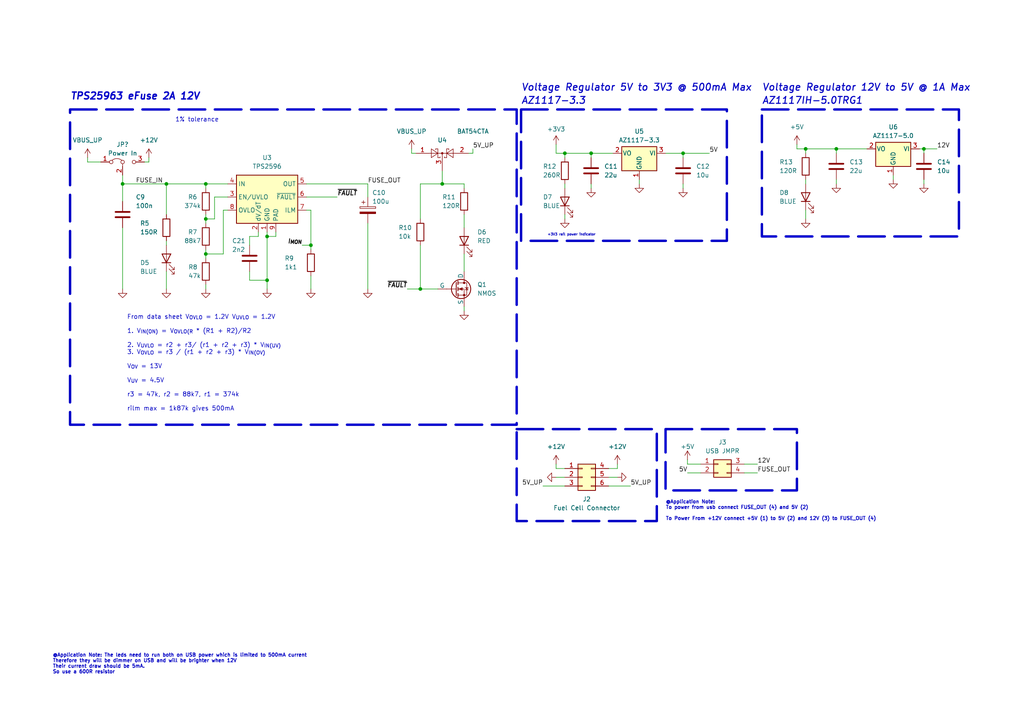
<source format=kicad_sch>
(kicad_sch (version 20230121) (generator eeschema)
  (paper "A4")
  (title_block (date "2023-10-06"))
  (lib_symbols
    (symbol "Connector_Generic:Conn_02x02_Top_Bottom" (pin_names (offset 1.016) hide)
      (property "Reference" "J" (at 1.27 2.54 0))
      (property "Value" "Conn_02x02_Top_Bottom" (at 1.27 -5.08 0))
      (symbol "Conn_02x02_Top_Bottom_1_1"
        (rectangle (start -1.27 -2.413) (end 0 -2.667) (stroke (width 0.1524)))
        (rectangle (start -1.27 0.127) (end 0 -0.127) (stroke (width 0.1524)))
        (rectangle (start -1.27 1.27) (end 3.81 -3.81) (stroke (width 0.254)) (fill (type background)))
        (rectangle (start 3.81 -2.413) (end 2.54 -2.667) (stroke (width 0.1524)))
        (rectangle (start 3.81 0.127) (end 2.54 -0.127) (stroke (width 0.1524)))
        (pin passive line (at -5.08 0 0) (length 3.81) (name "Pin_1") (number "1"))
        (pin passive line (at -5.08 -2.54 0) (length 3.81) (name "Pin_2") (number "2"))
        (pin passive line (at 7.62 0 180) (length 3.81) (name "Pin_3") (number "3"))
        (pin passive line (at 7.62 -2.54 180) (length 3.81) (name "Pin_4") (number "4"))
      )
    )
    (symbol "Connector_Generic:Conn_02x03_Top_Bottom" (pin_names (offset 1.016) hide)
      (property "Reference" "J" (at 1.27 5.08 0))
      (property "Value" "Conn_02x03_Top_Bottom" (at 1.27 -5.08 0))
      (symbol "Conn_02x03_Top_Bottom_1_1"
        (rectangle (start -1.27 -2.413) (end 0 -2.667) (stroke (width 0.1524)))
        (rectangle (start -1.27 0.127) (end 0 -0.127) (stroke (width 0.1524)))
        (rectangle (start -1.27 2.667) (end 0 2.413) (stroke (width 0.1524)))
        (rectangle (start -1.27 3.81) (end 3.81 -3.81) (stroke (width 0.254)) (fill (type background)))
        (rectangle (start 3.81 -2.413) (end 2.54 -2.667) (stroke (width 0.1524)))
        (rectangle (start 3.81 0.127) (end 2.54 -0.127) (stroke (width 0.1524)))
        (rectangle (start 3.81 2.667) (end 2.54 2.413) (stroke (width 0.1524)))
        (pin passive line (at -5.08 2.54 0) (length 3.81) (name "Pin_1") (number "1"))
        (pin passive line (at -5.08 0 0) (length 3.81) (name "Pin_2") (number "2"))
        (pin passive line (at -5.08 -2.54 0) (length 3.81) (name "Pin_3") (number "3"))
        (pin passive line (at 7.62 2.54 180) (length 3.81) (name "Pin_4") (number "4"))
        (pin passive line (at 7.62 0 180) (length 3.81) (name "Pin_5") (number "5"))
        (pin passive line (at 7.62 -2.54 180) (length 3.81) (name "Pin_6") (number "6"))
      )
    )
    (symbol "Device:C" (pin_numbers hide) (pin_names (offset 0.254))
      (property "Reference" "C" (at 0.635 2.54 0))
      (property "Value" "C" (at 0.635 -2.54 0))
      (symbol "C_0_1"
        (polyline (pts (xy -2.032 -0.762) (xy 2.032 -0.762)) (stroke (width 0.508)))
        (polyline (pts (xy -2.032 0.762) (xy 2.032 0.762)) (stroke (width 0.508)))
      )
      (symbol "C_1_1"
        (pin passive line (at 0 3.81 270) (length 2.794) (name "~") (number "1"))
        (pin passive line (at 0 -3.81 90) (length 2.794) (name "~") (number "2"))
      )
    )
    (symbol "Device:C_Polarized" (pin_numbers hide) (pin_names (offset 0.254))
      (property "Reference" "C" (at 0.635 2.54 0))
      (property "Value" "C_Polarized" (at 0.635 -2.54 0))
      (symbol "C_Polarized_0_1"
        (rectangle (start -2.286 0.508) (end 2.286 1.016))
        (polyline (pts (xy -1.778 2.286) (xy -0.762 2.286)))
        (polyline (pts (xy -1.27 2.794) (xy -1.27 1.778)))
        (rectangle (start 2.286 -0.508) (end -2.286 -1.016) (fill (type outline)))
      )
      (symbol "C_Polarized_1_1"
        (pin passive line (at 0 3.81 270) (length 2.794) (name "~") (number "1"))
        (pin passive line (at 0 -3.81 90) (length 2.794) (name "~") (number "2"))
      )
    )
    (symbol "Device:LED" (pin_numbers hide) (pin_names (offset 1.016) hide)
      (property "Reference" "D" (at 0 2.54 0))
      (property "Value" "LED" (at 0 -2.54 0))
      (symbol "LED_0_1"
        (polyline (pts (xy -1.27 -1.27) (xy -1.27 1.27)) (stroke (width 0.254)))
        (polyline (pts (xy -1.27 0) (xy 1.27 0)))
        (polyline (pts (xy 1.27 -1.27) (xy 1.27 1.27) (xy -1.27 0) (xy 1.27 -1.27)) (stroke (width 0.254)))
        (polyline (pts (xy -3.048 -0.762) (xy -4.572 -2.286) (xy -3.81 -2.286) (xy -4.572 -2.286) (xy -4.572 -1.524)))
        (polyline (pts (xy -1.778 -0.762) (xy -3.302 -2.286) (xy -2.54 -2.286) (xy -3.302 -2.286) (xy -3.302 -1.524)))
      )
      (symbol "LED_1_1"
        (pin passive line (at -3.81 0 0) (length 2.54) (name "K") (number "1"))
        (pin passive line (at 3.81 0 180) (length 2.54) (name "A") (number "2"))
      )
    )
    (symbol "Device:R" (pin_numbers hide) (pin_names (offset 0))
      (property "Reference" "R" (at 2.032 0 90))
      (property "Value" "R" (at 0 0 90))
      (symbol "R_0_1"
        (rectangle (start -1.016 -2.54) (end 1.016 2.54) (stroke (width 0.254)))
      )
      (symbol "R_1_1"
        (pin passive line (at 0 3.81 270) (length 1.27) (name "~") (number "1"))
        (pin passive line (at 0 -3.81 90) (length 1.27) (name "~") (number "2"))
      )
    )
    (symbol "H2_Parts:TPS2596"
      (property "Reference" "U" (at 0 11.43 0))
      (property "Value" "TPS2596" (at 0 8.89 0))
      (symbol "TPS2596_0_1"
        (rectangle (start -8.89 6.35) (end 8.89 -7.62) (stroke (width 0.254)) (fill (type background)))
      )
      (symbol "TPS2596_1_1"
        (pin power_in line (at 0 -10.16 90) (length 2.54) (name "GND") (number "1"))
        (pin input line (at -2.54 -10.16 90) (length 2.54) (name "dV/dT") (number "2"))
        (pin input line (at -11.43 0 0) (length 2.54) (name "EN/UVLO") (number "3"))
        (pin power_in line (at -11.43 3.81 0) (length 2.54) (name "IN") (number "4"))
        (pin power_out line (at 11.43 3.81 180) (length 2.54) (name "OUT") (number "5"))
        (pin output line (at 11.43 0 180) (length 2.54) (name "~{FAULT}") (number "6"))
        (pin input line (at 11.43 -3.81 180) (length 2.54) (name "ILM") (number "7"))
        (pin input line (at -11.43 -3.81 0) (length 2.54) (name "OVLO") (number "8"))
        (pin input line (at 2.54 -10.16 90) (length 2.54) (name "PAD") (number "9"))
      )
    )
    (symbol "Jumper:Jumper_3_Bridged12" (pin_names (offset 0) hide)
      (property "Reference" "JP" (at -2.54 -2.54 0))
      (property "Value" "Jumper_3_Bridged12" (at 0 2.794 0))
      (symbol "Jumper_3_Bridged12_0_0"
        (circle (center -3.302 0) (radius 0.508))
        (circle (center 0 0) (radius 0.508))
        (circle (center 3.302 0) (radius 0.508))
      )
      (symbol "Jumper_3_Bridged12_0_1"
        (arc (start -0.254 0.508) (mid -1.651 0.9912) (end -3.048 0.508))
        (polyline (pts (xy 0 -1.27) (xy 0 -0.508)))
      )
      (symbol "Jumper_3_Bridged12_1_1"
        (pin passive line (at -6.35 0 0) (length 2.54) (name "A") (number "1"))
        (pin passive line (at 0 -3.81 90) (length 2.54) (name "C") (number "2"))
        (pin passive line (at 6.35 0 180) (length 2.54) (name "B") (number "3"))
      )
    )
    (symbol "RF_Parts:+12V_UP" (power) (pin_names (offset 0))
      (property "Value" "+12V_UP" (at 0 3.556 0))
      (symbol "+12V_UP_0_1"
        (polyline (pts (xy -0.762 1.27) (xy 0 2.54)))
        (polyline (pts (xy 0 0) (xy 0 2.54)))
        (polyline (pts (xy 0 2.54) (xy 0.762 1.27)))
      )
      (symbol "+12V_UP_1_1"
        (pin power_in line (at 0 0 90) (length 0) hide (name "+12V") (number "1"))
      )
    )
    (symbol "RF_Parts:PMEG4010CPASX"
      (property "Reference" "U" (at 0 7.62 0))
      (symbol "PMEG4010CPASX_0_1"
        (polyline (pts (xy -1.905 0) (xy 1.905 0)))
        (polyline (pts (xy -1.905 1.27) (xy -1.905 1.016)))
        (polyline (pts (xy -1.27 -1.27) (xy -0.635 -1.27)))
        (polyline (pts (xy -1.27 0) (xy -3.81 0)))
        (polyline (pts (xy -1.27 1.27) (xy -1.905 1.27)))
        (polyline (pts (xy -1.27 1.27) (xy -1.27 -1.27)))
        (polyline (pts (xy -0.635 -1.27) (xy -0.635 -1.016)))
        (polyline (pts (xy 0.635 -1.27) (xy 0.635 -1.016)))
        (polyline (pts (xy 1.27 -1.27) (xy 0.635 -1.27)))
        (polyline (pts (xy 1.27 1.27) (xy 1.27 -1.27)))
        (polyline (pts (xy 1.27 1.27) (xy 1.905 1.27)))
        (polyline (pts (xy 1.905 1.27) (xy 1.905 1.016)))
        (polyline (pts (xy 3.81 0) (xy 1.27 0)))
        (polyline (pts (xy -3.175 -1.27) (xy -3.175 1.27) (xy -1.27 0) (xy -3.175 -1.27)))
        (polyline (pts (xy 3.175 -1.27) (xy 3.175 1.27) (xy 1.27 0) (xy 3.175 -1.27)))
        (circle (center 0 0) (radius 0.254) (fill (type outline)))
      )
      (symbol "PMEG4010CPASX_1_1"
        (pin passive line (at -7.62 0 0) (length 3.81) (name "~") (number "1"))
        (pin passive line (at 7.62 0 180) (length 3.81) (name "~") (number "2"))
        (pin passive line (at 0 -5.08 90) (length 5.08) (name "~") (number "3"))
      )
    )
    (symbol "RF_Parts:VBUS_UP" (power) (pin_names (offset 0))
      (property "Value" "VBUS_UP" (at 0 3.556 0))
      (symbol "VBUS_UP_0_1"
        (polyline (pts (xy -0.762 1.27) (xy 0 2.54)))
        (polyline (pts (xy 0 0) (xy 0 2.54)))
        (polyline (pts (xy 0 2.54) (xy 0.762 1.27)))
      )
      (symbol "VBUS_UP_1_1"
        (pin power_in line (at 0 0 90) (length 0) hide (name "VBUS_UP") (number "1"))
      )
    )
    (symbol "Regulator_Linear:AZ1117-3.3" (pin_names (offset 0.254))
      (property "Reference" "U" (at -3.81 3.175 0))
      (property "Value" "AZ1117-3.3" (at 0 3.175 0))
      (symbol "AZ1117-3.3_0_1"
        (rectangle (start -5.08 1.905) (end 5.08 -5.08) (stroke (width 0.254)) (fill (type background)))
      )
      (symbol "AZ1117-3.3_1_1"
        (pin power_in line (at 0 -7.62 90) (length 2.54) (name "GND") (number "1"))
        (pin power_out line (at 7.62 0 180) (length 2.54) (name "VO") (number "2"))
        (pin power_in line (at -7.62 0 0) (length 2.54) (name "VI") (number "3"))
      )
    )
    (symbol "Regulator_Linear:AZ1117-5.0" (pin_names (offset 0.254))
      (property "Reference" "U" (at -3.81 3.175 0))
      (property "Value" "AZ1117-5.0" (at 0 3.175 0))
      (symbol "AZ1117-5.0_0_1"
        (rectangle (start -5.08 1.905) (end 5.08 -5.08) (stroke (width 0.254)) (fill (type background)))
      )
      (symbol "AZ1117-5.0_1_1"
        (pin power_in line (at 0 -7.62 90) (length 2.54) (name "GND") (number "1"))
        (pin power_out line (at 7.62 0 180) (length 2.54) (name "VO") (number "2"))
        (pin power_in line (at -7.62 0 0) (length 2.54) (name "VI") (number "3"))
      )
    )
    (symbol "Simulation_SPICE:NMOS" (pin_numbers hide) (pin_names (offset 0))
      (property "Reference" "Q" (at 5.08 1.27 0))
      (property "Value" "NMOS" (at 5.08 -1.27 0))
      (symbol "NMOS_0_1"
        (polyline (pts (xy 0.254 0) (xy -2.54 0)))
        (polyline (pts (xy 0.254 1.905) (xy 0.254 -1.905)) (stroke (width 0.254)))
        (polyline (pts (xy 0.762 -1.27) (xy 0.762 -2.286)) (stroke (width 0.254)))
        (polyline (pts (xy 0.762 0.508) (xy 0.762 -0.508)) (stroke (width 0.254)))
        (polyline (pts (xy 0.762 2.286) (xy 0.762 1.27)) (stroke (width 0.254)))
        (polyline (pts (xy 2.54 2.54) (xy 2.54 1.778)))
        (polyline (pts (xy 2.54 -2.54) (xy 2.54 0) (xy 0.762 0)))
        (polyline (pts (xy 0.762 -1.778) (xy 3.302 -1.778) (xy 3.302 1.778) (xy 0.762 1.778)))
        (polyline (pts (xy 1.016 0) (xy 2.032 0.381) (xy 2.032 -0.381) (xy 1.016 0)) (fill (type outline)))
        (polyline (pts (xy 2.794 0.508) (xy 2.921 0.381) (xy 3.683 0.381) (xy 3.81 0.254)))
        (polyline (pts (xy 3.302 0.381) (xy 2.921 -0.254) (xy 3.683 -0.254) (xy 3.302 0.381)))
        (circle (center 1.651 0) (radius 2.794) (stroke (width 0.254)))
        (circle (center 2.54 -1.778) (radius 0.254) (fill (type outline)))
        (circle (center 2.54 1.778) (radius 0.254) (fill (type outline)))
      )
      (symbol "NMOS_1_1"
        (pin passive line (at 2.54 5.08 270) (length 2.54) (name "D") (number "1"))
        (pin input line (at -5.08 0 0) (length 2.54) (name "G") (number "2"))
        (pin passive line (at 2.54 -5.08 90) (length 2.54) (name "S") (number "3"))
      )
    )
    (symbol "power:+3V3" (power) (pin_names (offset 0))
      (property "Value" "+3V3" (at 0 3.556 0))
      (symbol "+3V3_0_1"
        (polyline (pts (xy -0.762 1.27) (xy 0 2.54)))
        (polyline (pts (xy 0 0) (xy 0 2.54)))
        (polyline (pts (xy 0 2.54) (xy 0.762 1.27)))
      )
      (symbol "+3V3_1_1"
        (pin power_in line (at 0 0 90) (length 0) hide (name "+3V3") (number "1"))
      )
    )
    (symbol "power:+5V" (power) (pin_names (offset 0))
      (property "Value" "+5V" (at 0 3.556 0))
      (symbol "+5V_0_1"
        (polyline (pts (xy -0.762 1.27) (xy 0 2.54)))
        (polyline (pts (xy 0 0) (xy 0 2.54)))
        (polyline (pts (xy 0 2.54) (xy 0.762 1.27)))
      )
      (symbol "+5V_1_1"
        (pin power_in line (at 0 0 90) (length 0) hide (name "+5V") (number "1"))
      )
    )
    (symbol "power:GND" (power) (pin_names (offset 0))
      (property "Value" "GND" (at 0 -3.81 0))
      (symbol "GND_0_1"
        (polyline (pts (xy 0 0) (xy 0 -1.27) (xy 1.27 -1.27) (xy 0 -2.54) (xy -1.27 -1.27) (xy 0 -1.27)))
      )
      (symbol "GND_1_1"
        (pin power_in line (at 0 0 270) (length 0) hide (name "GND") (number "1"))
      )
    )
  )
  (junction (at 242.57 43.18))
  (junction (at 233.68 43.18))
  (junction (at 267.97 43.18))
  (junction (at 59.69 73.66))
  (junction (at 59.69 63.5))
  (junction (at 77.47 81.28))
  (junction (at 59.69 53.34))
  (junction (at 90.17 71.12))
  (junction (at 128.27 53.34))
  (junction (at 198.12 44.45))
  (junction (at 171.45 44.45))
  (junction (at 77.47 68.58))
  (junction (at 163.83 44.45))
  (junction (at 48.26 53.34))
  (junction (at 35.56 53.34))
  (junction (at 121.92 83.82))
  (wire (pts (xy 106.68 64.77) (xy 106.68 83.82)))
  (wire (pts (xy 66.04 57.15) (xy 62.23 57.15)))
  (wire (pts (xy 267.97 43.18) (xy 267.97 44.45)))
  (wire (pts (xy 106.68 53.34) (xy 106.68 57.15)))
  (wire (pts (xy 163.83 138.43) (xy 161.29 138.43)))
  (wire (pts (xy 90.17 71.12) (xy 90.17 72.39)))
  (wire (pts (xy 72.39 81.28) (xy 77.47 81.28)))
  (wire (pts (xy 59.69 73.66) (xy 64.77 73.66)))
  (wire (pts (xy 90.17 60.96) (xy 88.9 60.96)))
  (wire (pts (xy 163.83 62.23) (xy 163.83 63.5)))
  (wire (pts (xy 161.29 134.62) (xy 161.29 135.89)))
  (wire (pts (xy 163.83 44.45) (xy 171.45 44.45)))
  (wire (pts (xy 137.16 44.45) (xy 135.89 44.45)))
  (wire (pts (xy 35.56 53.34) (xy 35.56 50.8)))
  (wire (pts (xy 59.69 63.5) (xy 62.23 63.5)))
  (wire (pts (xy 48.26 53.34) (xy 59.69 53.34)))
  (wire (pts (xy 134.62 53.34) (xy 134.62 54.61)))
  (wire (pts (xy 161.29 135.89) (xy 163.83 135.89)))
  (wire (pts (xy 80.01 68.58) (xy 80.01 67.31)))
  (wire (pts (xy 121.92 53.34) (xy 121.92 63.5)))
  (wire (pts (xy 199.39 137.16) (xy 203.2 137.16)))
  (wire (pts (xy 161.29 44.45) (xy 161.29 41.91)))
  (wire (pts (xy 35.56 66.04) (xy 35.56 83.82)))
  (wire (pts (xy 266.7 43.18) (xy 267.97 43.18)))
  (wire (pts (xy 88.9 53.34) (xy 106.68 53.34)))
  (wire (pts (xy 25.4 45.72) (xy 25.4 46.99)))
  (wire (pts (xy 64.77 60.96) (xy 66.04 60.96)))
  (wire (pts (xy 48.26 78.74) (xy 48.26 83.82)))
  (wire (pts (xy 90.17 80.01) (xy 90.17 83.82)))
  (wire (pts (xy 233.68 43.18) (xy 233.68 44.45)))
  (wire (pts (xy 179.07 135.89) (xy 176.53 135.89)))
  (wire (pts (xy 88.9 57.15) (xy 97.79 57.15)))
  (wire (pts (xy 43.18 46.99) (xy 41.91 46.99)))
  (wire (pts (xy 193.04 44.45) (xy 198.12 44.45)))
  (wire (pts (xy 242.57 52.07) (xy 242.57 53.34)))
  (wire (pts (xy 59.69 62.23) (xy 59.69 63.5)))
  (wire (pts (xy 163.83 54.61) (xy 163.83 53.34)))
  (wire (pts (xy 59.69 74.93) (xy 59.69 73.66)))
  (wire (pts (xy 59.69 82.55) (xy 59.69 83.82)))
  (wire (pts (xy 25.4 46.99) (xy 29.21 46.99)))
  (wire (pts (xy 198.12 53.34) (xy 198.12 54.61)))
  (wire (pts (xy 267.97 52.07) (xy 267.97 53.34)))
  (wire (pts (xy 161.29 44.45) (xy 163.83 44.45)))
  (wire (pts (xy 231.14 43.18) (xy 233.68 43.18)))
  (wire (pts (xy 185.42 53.34) (xy 185.42 52.07)))
  (wire (pts (xy 35.56 53.34) (xy 48.26 53.34)))
  (wire (pts (xy 59.69 54.61) (xy 59.69 53.34)))
  (wire (pts (xy 219.71 137.16) (xy 215.9 137.16)))
  (wire (pts (xy 179.07 134.62) (xy 179.07 135.89)))
  (wire (pts (xy 198.12 44.45) (xy 205.74 44.45)))
  (wire (pts (xy 119.38 44.45) (xy 120.65 44.45)))
  (wire (pts (xy 128.27 49.53) (xy 128.27 53.34)))
  (wire (pts (xy 199.39 134.62) (xy 203.2 134.62)))
  (wire (pts (xy 171.45 44.45) (xy 177.8 44.45)))
  (wire (pts (xy 233.68 53.34) (xy 233.68 52.07)))
  (wire (pts (xy 171.45 53.34) (xy 171.45 54.61)))
  (wire (pts (xy 119.38 44.45) (xy 119.38 43.18)))
  (wire (pts (xy 74.93 68.58) (xy 74.93 67.31)))
  (wire (pts (xy 199.39 133.35) (xy 199.39 134.62)))
  (wire (pts (xy 121.92 71.12) (xy 121.92 83.82)))
  (wire (pts (xy 259.08 50.8) (xy 259.08 52.07)))
  (wire (pts (xy 233.68 60.96) (xy 233.68 63.5)))
  (wire (pts (xy 157.48 140.97) (xy 163.83 140.97)))
  (wire (pts (xy 62.23 57.15) (xy 62.23 63.5)))
  (wire (pts (xy 137.16 43.18) (xy 137.16 44.45)))
  (wire (pts (xy 35.56 53.34) (xy 35.56 58.42)))
  (wire (pts (xy 72.39 68.58) (xy 74.93 68.58)))
  (wire (pts (xy 72.39 78.74) (xy 72.39 81.28)))
  (wire (pts (xy 77.47 68.58) (xy 80.01 68.58)))
  (wire (pts (xy 163.83 45.72) (xy 163.83 44.45)))
  (wire (pts (xy 176.53 138.43) (xy 179.07 138.43)))
  (wire (pts (xy 242.57 43.18) (xy 251.46 43.18)))
  (wire (pts (xy 128.27 53.34) (xy 134.62 53.34)))
  (wire (pts (xy 48.26 69.85) (xy 48.26 71.12)))
  (wire (pts (xy 219.71 134.62) (xy 215.9 134.62)))
  (wire (pts (xy 134.62 73.66) (xy 134.62 78.74)))
  (wire (pts (xy 59.69 63.5) (xy 59.69 64.77)))
  (wire (pts (xy 64.77 73.66) (xy 64.77 60.96)))
  (wire (pts (xy 48.26 53.34) (xy 48.26 62.23)))
  (wire (pts (xy 121.92 53.34) (xy 128.27 53.34)))
  (wire (pts (xy 231.14 43.18) (xy 231.14 41.91)))
  (wire (pts (xy 233.68 43.18) (xy 242.57 43.18)))
  (wire (pts (xy 121.92 83.82) (xy 127 83.82)))
  (wire (pts (xy 87.63 71.12) (xy 90.17 71.12)))
  (wire (pts (xy 198.12 44.45) (xy 198.12 45.72)))
  (wire (pts (xy 43.18 45.72) (xy 43.18 46.99)))
  (wire (pts (xy 59.69 53.34) (xy 66.04 53.34)))
  (wire (pts (xy 242.57 43.18) (xy 242.57 44.45)))
  (wire (pts (xy 72.39 68.58) (xy 72.39 71.12)))
  (wire (pts (xy 267.97 43.18) (xy 271.78 43.18)))
  (wire (pts (xy 77.47 81.28) (xy 77.47 83.82)))
  (wire (pts (xy 171.45 44.45) (xy 171.45 45.72)))
  (wire (pts (xy 182.88 140.97) (xy 176.53 140.97)))
  (wire (pts (xy 134.62 66.04) (xy 134.62 62.23)))
  (wire (pts (xy 77.47 68.58) (xy 77.47 67.31)))
  (wire (pts (xy 77.47 68.58) (xy 77.47 81.28)))
  (wire (pts (xy 134.62 88.9) (xy 134.62 90.17)))
  (wire (pts (xy 59.69 73.66) (xy 59.69 72.39)))
  (wire (pts (xy 90.17 60.96) (xy 90.17 71.12)))
  (wire (pts (xy 118.11 83.82) (xy 121.92 83.82)))
  (rectangle (start 20.32 31.75) (end 149.86 123.19) (stroke (width 0.7) (type dash)))
  (rectangle (start 193.04 124.46) (end 231.14 142.24) (stroke (width 0.7) (type dash)))
  (rectangle (start 149.86 124.46) (end 190.5 151.13) (stroke (width 0.7) (type dash)))
  (rectangle (start 220.98 31.75) (end 278.13 68.58) (stroke (width 0.7) (type dash)))
  (rectangle (start 151.13 31.75) (end 210.82 69.85) (stroke (width 0.7) (type dash)))
  (text "TPS25963 eFuse 2A 12V" (at 20.32 29.21 0) (effects (font (size 2 2) (thickness 0.4) bold italic) (justify left bottom)))
  (text "Voltage Regulator 5V to 3V3 @ 500mA Max" (at 151.13 26.67 0) (effects (font (size 2 2) (thickness 0.3) bold italic) (justify left bottom)))
  (text "AZ1117-3.3" (at 151.13 30.48 0) (effects (font (size 2 2) (thickness 0.3) bold italic) (justify left bottom)))
  (text "@Application Note: \nTo power from usb connect FUSE_OUT (4) and 5V (2)\n\nTo Power From +12V connect +5V (1) to 5V (2) and 12V (3) to FUSE_OUT (4)" (at 193.04 151.13 0) (effects (font (size 1 1) (thickness 0.2) bold) (justify left bottom)))
  (text "From data sheet V_{OVLO} = 1.2V V_{UVLO} = 1.2V\n\n1. V_{IN(ON)} = V_{OVLO(R} * (R1 + R2)/R2\n\n2. V_{UVLO} = r2 + r3/ (r1 + r2 + r3) * V_{IN(UV)} \n3. V_{OVLO} = r3 / (r1 + r2 + r3) * V_{IN(OV)}\n\nV_{OV} = 13V\n\nV_{UV} = 4.5V\n\nr3 = 47k, r2 = 88k7, r1 = 374k\n\nrilm max = 1k87k gives 500mA" (at 36.83 119.38 0) (effects (font (size 1.27 1.27)) (justify left bottom)))
  (text "AZ1117IH-5.0TRG1" (at 220.98 30.48 0) (effects (font (size 2 2) (thickness 0.3) bold italic) (justify left bottom)))
  (text "1% tolerance" (at 50.8 35.56 0) (effects (font (size 1.27 1.27)) (justify left bottom)))
  (text "Voltage Regulator 12V to 5V @ 1A Max" (at 220.98 26.67 0) (effects (font (size 2 2) (thickness 0.3) bold italic) (justify left bottom)))
  (text "@Application Note: The leds need to run both on USB power which is limited to 500mA current\nTherefore they will be dimmer on USB and will be brighter when 12V\nTheir current draw should be 5mA.\nSo use a 600R resistor\n" (at 15.24 195.58 0) (effects (font (size 1 1) (thickness 0.2) bold) (justify left bottom)))
  (text "+3V3 rail power indicator" (at 158.75 68.58 0) (effects (font (size 0.7 0.7)) (justify left bottom)))
  (label "~{FAULT}" (at 118.11 83.82 180) (effects (font bold italic)))
  (label "5V" (at 205.74 44.45 0))
  (label "12V" (at 271.78 43.18 0))
  (label "5V_UP" (at 182.88 140.97 0))
  (label "FUSE_OUT" (at 106.68 53.34 0))
  (label "FUSE_IN" (at 39.37 53.34 0))
  (label "12V" (at 219.71 134.62 0))
  (label "5V_UP" (at 157.48 140.97 180))
  (label "~{FAULT}" (at 97.79 57.15 0) (effects (font bold italic)))
  (label "5V" (at 199.39 137.16 180))
  (label "I_{MON}" (at 87.63 71.12 180) (effects (font bold italic)))
  (label "FUSE_OUT" (at 219.71 137.16 0))
  (label "5V_UP" (at 137.16 43.18 0))
  (symbol (lib_id "Device:R") (at 134.62 58.42 0) (unit 1)
    (property "Reference" "R11" (at 128.27 57.15 0) (effects (justify left)))
    (property "Value" "120R" (at 128.27 59.69 0) (effects (justify left)))
    (property "Footprint" "Resistor_SMD:R_0603_1608Metric" (effects hide))
    (property "LCSC #" "C22787" (effects hide))
    (property "JLCPCB Part#(optional)" "C22787" (effects hide))
    (property "DK #" "RMCF0603FT604RCT-ND" (effects hide))
    (property "PCBA" "-" (effects hide))
  )
  (symbol (lib_id "power:GND") (at 35.56 83.82 0) (unit 1)
    (property "Reference" "#PWR020" (effects hide))
    (property "Value" "GND" (effects hide))
    (instances (project "CAN-USB RF Module" (path "" (reference "#PWR020") (unit 1))) (project "H2 Sensor Board Lucy Rev 1" (path "" (reference "#PWR?") (unit 1))))
  )
  (symbol (lib_id "Device:C") (at 72.39 74.93 0) (unit 1)
    (property "Reference" "C21" (at 67.31 69.85 0) (effects (justify left)))
    (property "Value" "2n2" (at 67.31 72.39 0) (effects (justify left)))
    (property "Footprint" "Capacitor_SMD:C_0603_1608Metric" (effects hide))
    (property "JLCPCB Part#(optional)" "C1604" (effects hide))
    (property "LCSC #" "C1604" (effects hide))
    (property "DK #" "1276-1000-1-ND" (effects hide))
    (property "PCBA" "-" (effects hide))
    (instances (project "CAN-USB RF Module" (path "" (reference "C21") (unit 1))) (project "H2 Sensor Board Lucy Rev 1" (path "" (reference "C?") (unit 1))))
  )
  (symbol (lib_id "Device:R") (at 48.26 66.04 0) (unit 1)
    (property "Reference" "R5" (at 40.64 64.77 0) (effects (justify left)))
    (property "Value" "150R" (at 40.64 67.31 0) (effects (justify left)))
    (property "Footprint" "Resistor_SMD:R_0603_1608Metric" (effects hide))
    (property "JLCPCB Part#(optional)" "C22808" (effects hide))
    (property "LCSC #" "C22808" (effects hide))
    (property "DK #" "311-150HRCT-ND" (effects hide))
    (property "PCBA" "-" (effects hide))
    (instances (project "CAN-USB RF Module" (path "" (reference "R5") (unit 1))) (project "H2 Sensor Board Lucy Rev 1" (path "" (reference "R?") (unit 1))))
  )
  (symbol (lib_id "power:GND") (at 259.08 52.07 0) (unit 1)
    (property "Reference" "#PWR042" (effects hide))
    (property "Value" "GND" (effects hide))
  )
  (symbol (lib_id "power:GND") (at 233.68 63.5 0) (unit 1)
    (property "Reference" "#PWR040" (effects hide))
    (property "Value" "GND" (effects hide))
  )
  (symbol (lib_id "Device:R") (at 163.83 49.53 0) (unit 1)
    (property "Reference" "R12" (at 157.48 48.26 0) (effects (justify left)))
    (property "Value" "260R" (at 157.48 50.8 0) (effects (justify left)))
    (property "Footprint" "Resistor_SMD:R_0603_1608Metric" (effects hide))
    (property "LCSC #" "C22966" (effects hide))
    (property "JLCPCB Part#(optional)" "C22966" (effects hide))
    (property "DK #" "RMCF0603FT261RCT-ND" (effects hide))
    (property "PCBA" "-" (effects hide))
  )
  (symbol (lib_id "power:GND") (at 77.47 83.82 0) (unit 1)
    (property "Reference" "#PWR024" (effects hide))
    (property "Value" "GND" (effects hide))
    (instances (project "CAN-USB RF Module" (path "" (reference "#PWR024") (unit 1))) (project "H2 Sensor Board Lucy Rev 1" (path "" (reference "#PWR?") (unit 1))))
  )
  (symbol (lib_id "RF_Parts:+12V_UP") (at 161.29 134.62 0) (unit 1)
    (property "Reference" "#PWR030" (effects hide))
    (property "Value" "+12V_UP" (at 161.29 129.54 0))
  )
  (symbol (lib_id "Device:C") (at 35.56 62.23 0) (unit 1)
    (property "Reference" "C9" (at 39.37 57.15 0) (effects (justify left)))
    (property "Value" "100n" (at 39.37 59.69 0) (effects (justify left)))
    (property "Footprint" "Capacitor_SMD:C_0603_1608Metric" (effects hide))
    (property "JLCPCB Part#(optional)" "C14663" (effects hide))
    (property "LCSC #" "C14663" (effects hide))
    (property "DK #" "1276-1000-1-ND" (effects hide))
    (property "PCBA" "-" (effects hide))
    (instances (project "CAN-USB RF Module" (path "" (reference "C9") (unit 1))) (project "H2 Sensor Board Lucy Rev 1" (path "" (reference "C?") (unit 1))))
  )
  (symbol (lib_id "Device:R") (at 59.69 68.58 0) (unit 1)
    (property "Reference" "R7" (at 55.88 67.31 0))
    (property "Value" "88k7" (at 55.88 69.85 0))
    (property "Footprint" "Resistor_SMD:R_0603_1608Metric" (effects hide))
    (property "JLCPCB Part#(optional)" "C228086" (effects hide))
    (property "LCSC #" "C228086" (effects hide))
    (property "DK #" "311-88.7KLRCT-ND" (effects hide))
    (property "PCBA" "-" (effects hide))
    (instances (project "CAN-USB RF Module" (path "" (reference "R7") (unit 1))) (project "H2 Sensor Board Lucy Rev 1" (path "" (reference "R?") (unit 1))))
  )
  (symbol (lib_id "power:GND") (at 59.69 83.82 0) (unit 1)
    (property "Reference" "#PWR023" (effects hide))
    (property "Value" "GND" (effects hide))
    (instances (project "CAN-USB RF Module" (path "" (reference "#PWR023") (unit 1))) (project "H2 Sensor Board Lucy Rev 1" (path "" (reference "#PWR?") (unit 1))))
  )
  (symbol (lib_id "RF_Parts:VBUS_UP") (at 25.4 45.72 0) (unit 1)
    (property "Reference" "#PWR019" (effects hide))
    (property "Value" "VBUS_UP" (at 25.4 40.64 0))
  )
  (symbol (lib_id "power:+5V") (at 199.39 133.35 0) (unit 1)
    (property "Reference" "#PWR038" (effects hide))
    (property "Value" "+5V" (at 199.39 129.54 0))
  )
  (symbol (lib_id "Simulation_SPICE:NMOS") (at 132.08 83.82 0) (unit 1)
    (property "Reference" "Q1" (at 138.43 82.55 0) (effects (justify left)))
    (property "Value" "NMOS" (at 138.43 85.09 0) (effects (justify left)))
    (property "Footprint" "Package_TO_SOT_SMD:SOT-523" (effects hide))
    (property "Datasheet" "https://ngspice.sourceforge.io/docs/ngspice-manual.pdf" (effects hide))
    (property "LCSC #" "C475757" (effects hide))
    (property "JLCPCB Part#(optional)" "C475757" (effects hide))
    (property "DK #" "T2N7002AKLMCT-ND" (effects hide))
  )
  (symbol (lib_id "RF_Parts:VBUS_UP") (at 119.38 43.18 0) (unit 1)
    (property "Reference" "#PWR027" (effects hide))
    (property "Value" "VBUS_UP" (at 119.38 38.1 0))
  )
  (symbol (lib_id "power:GND") (at 242.57 53.34 0) (unit 1)
    (property "Reference" "#PWR041" (effects hide))
    (property "Value" "GND" (effects hide))
  )
  (symbol (lib_id "Device:R") (at 121.92 67.31 0) (unit 1)
    (property "Reference" "R10" (at 115.57 66.04 0) (effects (justify left)))
    (property "Value" "10k" (at 115.57 68.58 0) (effects (justify left)))
    (property "Footprint" "Resistor_SMD:R_0603_1608Metric" (effects hide))
    (property "LCSC #" "C25804" (effects hide))
    (property "JLCPCB Part#(optional)" "C25804" (effects hide))
    (property "DK #" "311-10.0KHRCT-ND" (effects hide))
    (property "PCBA" "-" (effects hide))
  )
  (symbol (lib_id "power:GND") (at 134.62 90.17 0) (unit 1)
    (property "Reference" "#PWR028" (effects hide))
    (property "Value" "GND" (effects hide))
  )
  (symbol (lib_id "Connector_Generic:Conn_02x03_Top_Bottom") (at 168.91 138.43 0) (unit 1)
    (property "Reference" "J2" (at 170.18 144.78 0))
    (property "Value" "Fuel Cell Connector" (at 170.18 147.32 0))
    (property "Footprint" "footprints:Molex_Micro-Fit_3.0_43045-0621_2x03-1MP_P3.00mm_Horizontal" (effects hide))
    (property "LCSC #" "C476812" (effects hide))
    (property "JLCPCB Part#(optional)" "C476812" (effects hide))
    (property "DK #" "WM10702CT-ND" (effects hide))
  )
  (symbol (lib_id "Regulator_Linear:AZ1117-3.3") (at 185.42 44.45 0) (mirror y) (unit 1)
    (property "Reference" "U5" (at 185.42 38.1 0))
    (property "Value" "AZ1117-3.3" (at 185.42 40.64 0))
    (property "Footprint" "Package_TO_SOT_SMD:SOT-223-3_TabPin2" (effects hide))
    (property "Datasheet" "https://www.diodes.com/assets/Datasheets/AZ1117.pdf" (effects hide))
    (property "LCSC #" "C110474" (effects hide))
    (property "JLCPCB Part#(optional)" "C110474" (effects hide))
    (property "DK #" "AZ1117IH-3.3TRG1DICT-ND" (effects hide))
  )
  (symbol (lib_id "power:+5V") (at 231.14 41.91 0) (unit 1)
    (property "Reference" "#PWR039" (effects hide))
    (property "Value" "+5V" (at 231.14 36.83 0))
  )
  (symbol (lib_id "power:GND") (at 106.68 83.82 0) (unit 1)
    (property "Reference" "#PWR026" (effects hide))
    (property "Value" "GND" (effects hide))
    (instances (project "CAN-USB RF Module" (path "" (reference "#PWR026") (unit 1))) (project "H2 Sensor Board Lucy Rev 1" (path "" (reference "#PWR?") (unit 1))))
  )
  (symbol (lib_id "power:GND") (at 90.17 83.82 0) (unit 1)
    (property "Reference" "#PWR025" (effects hide))
    (property "Value" "GND" (effects hide))
    (instances (project "CAN-USB RF Module" (path "" (reference "#PWR025") (unit 1))) (project "H2 Sensor Board Lucy Rev 1" (path "" (reference "#PWR?") (unit 1))))
  )
  (symbol (lib_id "Device:C") (at 198.12 49.53 0) (unit 1)
    (property "Reference" "C12" (at 201.93 48.26 0) (effects (justify left)))
    (property "Value" "10u" (at 201.93 50.8 0) (effects (justify left)))
    (property "Footprint" "Capacitor_SMD:C_0805_2012Metric" (effects hide))
    (property "LCSC #" "C440198" (effects hide))
    (property "JLCPCB Part#(optional)" "C440198" (effects hide))
    (property "DK #" "490-14381-1-ND" (effects hide))
    (property "PCBA" "-" (effects hide))
  )
  (symbol (lib_id "Device:C") (at 171.45 49.53 0) (unit 1)
    (property "Reference" "C11" (at 175.26 48.26 0) (effects (justify left)))
    (property "Value" "22u" (at 175.26 50.8 0) (effects (justify left)))
    (property "Footprint" "Capacitor_SMD:C_0603_1608Metric" (effects hide))
    (property "LCSC #" "C59461" (effects hide))
    (property "JLCPCB Part#(optional)" "C59461" (effects hide))
    (property "DK #" "490-7612-2-ND" (effects hide))
    (property "PCBA" "-" (effects hide))
  )
  (symbol (lib_id "power:GND") (at 198.12 54.61 0) (unit 1)
    (property "Reference" "#PWR037" (effects hide))
    (property "Value" "GND" (effects hide))
  )
  (symbol (lib_id "H2_Parts:TPS2596") (at 77.47 57.15 0) (unit 1)
    (property "Reference" "U3" (at 77.47 45.72 0))
    (property "Value" "TPS2596" (at 77.47 48.26 0))
    (property "Footprint" "Package_SO:TI_SO-PowerPAD-8" (effects hide))
    (property "Datasheet" "https://www.ti.com/lit/gpn/tps2596" (effects hide))
    (property "LCSC #" "C2155774" (effects hide))
    (property "JLCPCB Part#(optional)" "C2155774" (effects hide))
    (property "DK #" "296-TPS259631DDARCT-ND" (effects hide))
    (instances (project "CAN-USB RF Module" (path "" (reference "U3") (unit 1))) (project "H2 Sensor Board Lucy Rev 1" (path "" (reference "U?") (unit 1))))
  )
  (symbol (lib_id "Connector_Generic:Conn_02x02_Top_Bottom") (at 208.28 134.62 0) (unit 1)
    (property "Reference" "J3" (at 209.55 128.27 0))
    (property "Value" "USB JMPR" (at 209.55 130.81 0))
    (property "Footprint" "Connector_PinHeader_2.54mm:PinHeader_2x02_P2.54mm_Vertical" (effects hide))
    (property "LCSC #" "C5116482" (effects hide))
    (property "JLCPCB Part#(optional)" "C5116482" (effects hide))
  )
  (symbol (lib_id "RF_Parts:PMEG4010CPASX") (at 128.27 44.45 0) (unit 1)
    (property "Reference" "U4" (at 128.27 40.64 0))
    (property "Value" "BAT54CTA" (at 137.16 38.1 0))
    (property "Footprint" "Package_TO_SOT_SMD:SOT-23" (effects hide))
    (property "LCSC #" "C460164" (effects hide))
    (property "JLCPCB Part#(optional)" "C460164" (effects hide))
    (property "DK #" "BAT54CCT-ND" (effects hide))
  )
  (symbol (lib_id "RF_Parts:+12V_UP") (at 43.18 45.72 0) (unit 1)
    (property "Reference" "#PWR021" (effects hide))
    (property "Value" "+12V_UP" (at 43.18 40.64 0))
  )
  (symbol (lib_id "Device:R") (at 59.69 58.42 180) (unit 1)
    (property "Reference" "R6" (at 55.88 57.15 0))
    (property "Value" "374k" (at 55.88 59.69 0))
    (property "Footprint" "Resistor_SMD:R_0603_1608Metric" (effects hide))
    (property "JLCPCB Part#(optional)" "C25815" (effects hide))
    (property "LCSC #" "C25815" (effects hide))
    (property "DK #" "RMCF0603FT374KCT-ND" (effects hide))
    (instances (project "CAN-USB RF Module" (path "" (reference "R6") (unit 1))) (project "H2 Sensor Board Lucy Rev 1" (path "" (reference "R?") (unit 1))))
  )
  (symbol (lib_id "RF_Parts:+12V_UP") (at 179.07 134.62 0) (unit 1)
    (property "Reference" "#PWR034" (effects hide))
    (property "Value" "+12V_UP" (at 179.07 129.54 0))
  )
  (symbol (lib_id "power:+3V3") (at 161.29 41.91 0) (unit 1)
    (property "Reference" "#PWR029" (effects hide))
    (property "Value" "+3V3" (at 161.29 37.465 0))
  )
  (symbol (lib_id "Device:C_Polarized") (at 106.68 60.96 0) (unit 1)
    (property "Reference" "C10" (at 107.95 55.88 0) (effects (justify left)))
    (property "Value" "100u" (at 107.95 58.42 0) (effects (justify left)))
    (property "Footprint" "Capacitor_SMD:CP_Elec_6.3x5.9" (effects hide))
    (property "DK #" "399-A766EB127M0JLAE022CT-ND" (effects hide))
    (instances (project "CAN-USB RF Module" (path "" (reference "C10") (unit 1))) (project "H2 Sensor Board Lucy Rev 1" (path "" (reference "C?") (unit 1))))
  )
  (symbol (lib_id "Jumper:Jumper_3_Bridged12") (at 35.56 46.99 0) (unit 1)
    (property "Reference" "JP?" (at 35.56 41.91 0))
    (property "Value" "Power In" (at 35.56 44.45 0))
    (property "Footprint" "Connector_PinHeader_2.54mm:PinHeader_1x03_P2.54mm_Vertical" (effects hide))
    (property "LCSC #" "C5116482" (effects hide))
    (property "JLCPCB Part#(optional)" "C5116482" (effects hide))
    (instances (project "CAN-USB RF Module" (path "" (reference "JP?") (unit 1)) (path "" (reference "JP1") (unit 1))))
  )
  (symbol (lib_id "power:GND") (at 185.42 53.34 0) (unit 1)
    (property "Reference" "#PWR036" (effects hide))
    (property "Value" "GND" (effects hide))
  )
  (symbol (lib_id "power:GND") (at 179.07 138.43 90) (unit 1)
    (property "Reference" "#PWR035" (effects hide))
    (property "Value" "GND" (effects hide))
  )
  (symbol (lib_id "Regulator_Linear:AZ1117-5.0") (at 259.08 43.18 0) (mirror y) (unit 1)
    (property "Reference" "U6" (at 259.08 36.83 0))
    (property "Value" "AZ1117-5.0" (at 259.08 39.37 0))
    (property "Footprint" "Package_TO_SOT_SMD:SOT-223-3_TabPin2" (effects hide))
    (property "Datasheet" "https://www.diodes.com/assets/Datasheets/AZ1117.pdf" (effects hide))
    (property "LCSC #" "C99343" (effects hide))
    (property "JLCPCB Part#(optional)" "C99343" (effects hide))
    (property "DK #" "AZ1117IH-5.0TRG1DICT-ND" (effects hide))
  )
  (symbol (lib_id "Device:R") (at 59.69 78.74 0) (unit 1)
    (property "Reference" "R8" (at 54.61 77.47 0) (effects (justify left)))
    (property "Value" "47k" (at 54.61 80.01 0) (effects (justify left)))
    (property "Footprint" "Resistor_SMD:R_0603_1608Metric" (effects hide))
    (property "JLCPCB Part#(optional)" "C25819" (effects hide))
    (property "LCSC #" "C25819" (effects hide))
    (property "DK #" "311-47.0KHRCT-ND" (effects hide))
    (property "PCBA" "-" (effects hide))
    (instances (project "CAN-USB RF Module" (path "" (reference "R8") (unit 1))) (project "H2 Sensor Board Lucy Rev 1" (path "" (reference "R?") (unit 1))))
  )
  (symbol (lib_id "power:GND") (at 48.26 83.82 0) (unit 1)
    (property "Reference" "#PWR022" (effects hide))
    (property "Value" "GND" (effects hide))
    (instances (project "CAN-USB RF Module" (path "" (reference "#PWR022") (unit 1))) (project "H2 Sensor Board Lucy Rev 1" (path "" (reference "#PWR?") (unit 1))))
  )
  (symbol (lib_id "power:GND") (at 161.29 138.43 270) (unit 1)
    (property "Reference" "#PWR031" (effects hide))
    (property "Value" "GND" (effects hide))
  )
  (symbol (lib_id "Device:R") (at 90.17 76.2 0) (unit 1)
    (property "Reference" "R9" (at 82.55 74.93 0) (effects (justify left)))
    (property "Value" "1k1" (at 82.55 77.47 0) (effects (justify left)))
    (property "Footprint" "Resistor_SMD:R_0603_1608Metric" (effects hide))
    (property "JLCPCB Part#(optional)" "C22764" (effects hide))
    (property "LCSC #" "C22764" (effects hide))
    (property "DK #" "RMCF0603FT464RCT-ND" (effects hide))
    (property "PCBA" "-" (effects hide))
    (instances (project "CAN-USB RF Module" (path "" (reference "R9") (unit 1))) (project "H2 Sensor Board Lucy Rev 1" (path "" (reference "R?") (unit 1))))
  )
  (symbol (lib_id "Device:LED") (at 163.83 58.42 90) (unit 1)
    (property "Reference" "D7" (at 157.48 57.15 90) (effects (justify right)))
    (property "Value" "BLUE" (at 157.48 59.69 90) (effects (justify right)))
    (property "Footprint" "LED_SMD:LED_0603_1608Metric" (effects hide))
    (property "LCSC #" "C72041" (effects hide))
    (property "JLCPCB Part#(optional)" "C72041" (effects hide))
    (property "DK #" "160-1647-1-ND" (effects hide))
    (property "PCBA" "-" (effects hide))
  )
  (symbol (lib_id "power:GND") (at 163.83 63.5 0) (unit 1)
    (property "Reference" "#PWR032" (effects hide))
    (property "Value" "GND" (effects hide))
  )
  (symbol (lib_id "Device:LED") (at 134.62 69.85 90) (unit 1)
    (property "Reference" "D6" (at 138.43 67.31 90) (effects (justify right)))
    (property "Value" "RED" (at 138.43 69.85 90) (effects (justify right)))
    (property "Footprint" "LED_SMD:LED_0603_1608Metric" (effects hide))
    (property "Description" "Colorless transparence -40℃~+80℃ Red, General Green/Yellow-Green 120° 72mW 0603 Light Emitting Diodes (LED) ROHS" (effects hide))
    (property "LCSC #" "C2286" (effects hide))
    (property "JLCPCB Part#(optional)" "C2286" (effects hide))
    (property "DK #" "160-1436-1-ND" (effects hide))
    (property "PCBA" "-" (effects hide))
  )
  (symbol (lib_id "Device:R") (at 233.68 48.26 0) (unit 1)
    (property "Reference" "R13" (at 226.06 46.99 0) (effects (justify left)))
    (property "Value" "120R" (at 226.06 49.53 0) (effects (justify left)))
    (property "Footprint" "Resistor_SMD:R_0603_1608Metric" (effects hide))
    (property "LCSC #" "C22787" (effects hide))
    (property "JLCPCB Part#(optional)" "C22787" (effects hide))
    (property "DK #" "RMCF0603FT604RCT-ND" (effects hide))
    (property "PCBA" "-" (effects hide))
  )
  (symbol (lib_id "power:GND") (at 171.45 54.61 0) (unit 1)
    (property "Reference" "#PWR033" (effects hide))
    (property "Value" "GND" (effects hide))
  )
  (symbol (lib_id "Device:LED") (at 48.26 74.93 90) (unit 1)
    (property "Reference" "D5" (at 40.64 76.2 90) (effects (justify right)))
    (property "Value" "BLUE" (at 40.64 78.74 90) (effects (justify right)))
    (property "Footprint" "LED_SMD:LED_0603_1608Metric" (effects hide))
    (property "JLCPCB Part#(optional)" "C72041" (effects hide))
    (property "LCSC #" "C72041" (effects hide))
    (property "DK #" "160-1647-1-ND" (effects hide))
    (property "PCBA" "-" (effects hide))
    (instances (project "CAN-USB RF Module" (path "" (reference "D5") (unit 1))) (project "H2 Sensor Board Lucy Rev 1" (path "" (reference "D?") (unit 1))))
  )
  (symbol (lib_id "Device:C") (at 267.97 48.26 0) (unit 1)
    (property "Reference" "C14" (at 271.78 46.99 0) (effects (justify left)))
    (property "Value" "10u" (at 271.78 49.53 0) (effects (justify left)))
    (property "Footprint" "Capacitor_SMD:C_0805_2012Metric" (effects hide))
    (property "LCSC #" "C440198" (effects hide))
    (property "JLCPCB Part#(optional)" "C440198" (effects hide))
    (property "DK #" "490-14381-1-ND" (effects hide))
    (property "PCBA" "-" (effects hide))
  )
  (symbol (lib_id "Device:C") (at 242.57 48.26 0) (unit 1)
    (property "Reference" "C13" (at 246.38 46.99 0) (effects (justify left)))
    (property "Value" "22u" (at 246.38 49.53 0) (effects (justify left)))
    (property "Footprint" "Capacitor_SMD:C_0603_1608Metric" (effects hide))
    (property "LCSC #" "C59461" (effects hide))
    (property "JLCPCB Part#(optional)" "C59461" (effects hide))
    (property "DK #" "490-7612-2-ND" (effects hide))
    (property "PCBA" "-" (effects hide))
  )
  (symbol (lib_id "power:GND") (at 267.97 53.34 0) (unit 1)
    (property "Reference" "#PWR043" (effects hide))
    (property "Value" "GND" (effects hide))
  )
  (symbol (lib_id "Device:LED") (at 233.68 57.15 90) (unit 1)
    (property "Reference" "D8" (at 226.06 55.88 90) (effects (justify right)))
    (property "Value" "BLUE" (at 226.06 58.42 90) (effects (justify right)))
    (property "Footprint" "LED_SMD:LED_0603_1608Metric" (effects hide))
    (property "LCSC #" "C72041" (effects hide))
    (property "JLCPCB Part#(optional)" "C72041" (effects hide))
    (property "DK #" "160-1647-1-ND" (effects hide))
    (property "PCBA" "-" (effects hide))
  )
)
</source>
